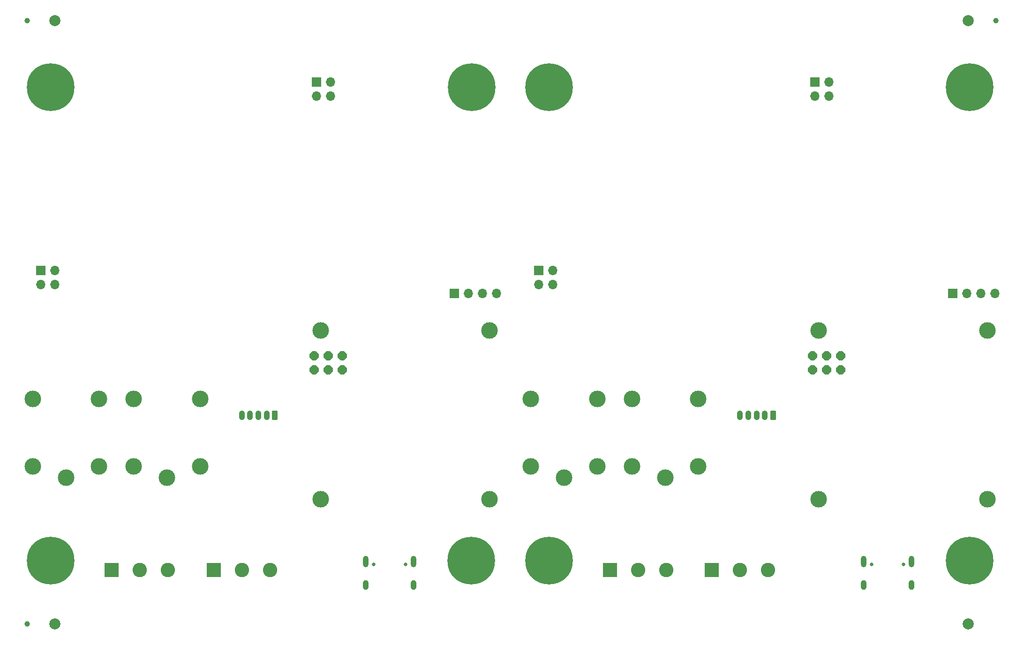
<source format=gbr>
%TF.GenerationSoftware,KiCad,Pcbnew,(7.0.0-0)*%
%TF.CreationDate,2023-04-23T09:32:57-04:00*%
%TF.ProjectId,KwartzLab-SensorBoard-Rev3-Panel,4b776172-747a-44c6-9162-2d53656e736f,3*%
%TF.SameCoordinates,Original*%
%TF.FileFunction,Soldermask,Bot*%
%TF.FilePolarity,Negative*%
%FSLAX46Y46*%
G04 Gerber Fmt 4.6, Leading zero omitted, Abs format (unit mm)*
G04 Created by KiCad (PCBNEW (7.0.0-0)) date 2023-04-23 09:32:57*
%MOMM*%
%LPD*%
G01*
G04 APERTURE LIST*
G04 Aperture macros list*
%AMRoundRect*
0 Rectangle with rounded corners*
0 $1 Rounding radius*
0 $2 $3 $4 $5 $6 $7 $8 $9 X,Y pos of 4 corners*
0 Add a 4 corners polygon primitive as box body*
4,1,4,$2,$3,$4,$5,$6,$7,$8,$9,$2,$3,0*
0 Add four circle primitives for the rounded corners*
1,1,$1+$1,$2,$3*
1,1,$1+$1,$4,$5*
1,1,$1+$1,$6,$7*
1,1,$1+$1,$8,$9*
0 Add four rect primitives between the rounded corners*
20,1,$1+$1,$2,$3,$4,$5,0*
20,1,$1+$1,$4,$5,$6,$7,0*
20,1,$1+$1,$6,$7,$8,$9,0*
20,1,$1+$1,$8,$9,$2,$3,0*%
%AMFreePoly0*
4,1,17,0.356937,0.810921,0.810921,0.356937,0.825800,0.321016,0.825800,-0.321016,0.810921,-0.356937,0.356937,-0.810921,0.321016,-0.825800,-0.321016,-0.825800,-0.356937,-0.810921,-0.810921,-0.356937,-0.825800,-0.321016,-0.825800,0.321016,-0.810921,0.356937,-0.356937,0.810921,-0.321016,0.825800,0.321016,0.825800,0.356937,0.810921,0.356937,0.810921,$1*%
G04 Aperture macros list end*
%ADD10C,1.000000*%
%ADD11C,3.000000*%
%ADD12C,2.000000*%
%ADD13R,1.700000X1.700000*%
%ADD14O,1.700000X1.700000*%
%ADD15C,0.650000*%
%ADD16O,1.000000X2.100000*%
%ADD17O,1.000000X1.800000*%
%ADD18FreePoly0,180.000000*%
%ADD19R,2.600000X2.600000*%
%ADD20C,2.600000*%
%ADD21C,0.900000*%
%ADD22C,8.600000*%
%ADD23RoundRect,0.250000X0.265000X0.615000X-0.265000X0.615000X-0.265000X-0.615000X0.265000X-0.615000X0*%
%ADD24O,1.030000X1.730000*%
G04 APERTURE END LIST*
D10*
%TO.C,REF\u002A\u002A*%
X52242806Y-22500000D03*
%TD*%
%TO.C,REF\u002A\u002A*%
X52242806Y-131500000D03*
%TD*%
%TO.C,REF\u002A\u002A*%
X227157194Y-22500000D03*
%TD*%
D11*
%TO.C,K1*%
X59242806Y-105050000D03*
X53242806Y-90850000D03*
X65242806Y-90850000D03*
X65242806Y-103050000D03*
X53242806Y-103050000D03*
%TD*%
%TO.C,K1*%
X149199994Y-105050000D03*
X143199994Y-90850000D03*
X155199994Y-90850000D03*
X155199994Y-103050000D03*
X143199994Y-103050000D03*
%TD*%
D12*
%TO.C,REF\u002A\u002A*%
X222157194Y-131500000D03*
%TD*%
D13*
%TO.C,J9*%
X104492805Y-33609999D03*
D14*
X107032805Y-33609999D03*
X104492805Y-36149999D03*
X107032805Y-36149999D03*
%TD*%
D13*
%TO.C,J9*%
X194449993Y-33609999D03*
D14*
X196989993Y-33609999D03*
X194449993Y-36149999D03*
X196989993Y-36149999D03*
%TD*%
D15*
%TO.C,J2*%
X114782806Y-120720000D03*
X120562806Y-120720000D03*
D16*
X113352805Y-120219999D03*
D17*
X113352805Y-124399999D03*
D16*
X121992805Y-120219999D03*
D17*
X121992805Y-124399999D03*
%TD*%
D15*
%TO.C,J2*%
X204739994Y-120720000D03*
X210519994Y-120720000D03*
D16*
X203309993Y-120219999D03*
D17*
X203309993Y-124399999D03*
D16*
X211949993Y-120219999D03*
D17*
X211949993Y-124399999D03*
%TD*%
D12*
%TO.C,REF\u002A\u002A*%
X57242806Y-131500000D03*
%TD*%
%TO.C,REF\u002A\u002A*%
X57242806Y-22500000D03*
%TD*%
%TO.C,REF\u002A\u002A*%
X222157194Y-22500000D03*
%TD*%
D11*
%TO.C,J4*%
X225673122Y-108944944D03*
X225673122Y-78464944D03*
X195193122Y-108944944D03*
X195193122Y-78464944D03*
D18*
X199132922Y-83034144D03*
X199132922Y-85574144D03*
X196592922Y-83034144D03*
X196592922Y-85574144D03*
X194052922Y-83034144D03*
X194052922Y-85574144D03*
%TD*%
D11*
%TO.C,J4*%
X135715934Y-108944944D03*
X135715934Y-78464944D03*
X105235934Y-108944944D03*
X105235934Y-78464944D03*
D18*
X109175734Y-83034144D03*
X109175734Y-85574144D03*
X106635734Y-83034144D03*
X106635734Y-85574144D03*
X104095734Y-83034144D03*
X104095734Y-85574144D03*
%TD*%
D19*
%TO.C,J5*%
X157449993Y-121749999D03*
D20*
X162529994Y-121750000D03*
X167609994Y-121750000D03*
%TD*%
D19*
%TO.C,J5*%
X67492805Y-121749999D03*
D20*
X72572806Y-121750000D03*
X77652806Y-121750000D03*
%TD*%
D19*
%TO.C,J6*%
X85907805Y-121749999D03*
D20*
X90987806Y-121750000D03*
X96067806Y-121750000D03*
%TD*%
D19*
%TO.C,J6*%
X175864993Y-121749999D03*
D20*
X180944994Y-121750000D03*
X186024994Y-121750000D03*
%TD*%
D21*
%TO.C,H2*%
X129237387Y-120000000D03*
X130181968Y-117719581D03*
X130181968Y-122280419D03*
X132462387Y-116775000D03*
D22*
X132462387Y-120000000D03*
D21*
X132462387Y-123225000D03*
X134742806Y-117719581D03*
X134742806Y-122280419D03*
X135687387Y-120000000D03*
%TD*%
%TO.C,H2*%
X219194575Y-120000000D03*
X220139156Y-117719581D03*
X220139156Y-122280419D03*
X222419575Y-116775000D03*
D22*
X222419575Y-120000000D03*
D21*
X222419575Y-123225000D03*
X224699994Y-117719581D03*
X224699994Y-122280419D03*
X225644575Y-120000000D03*
%TD*%
D11*
%TO.C,K2*%
X77492806Y-105050000D03*
X71492806Y-90850000D03*
X83492806Y-90850000D03*
X83492806Y-103050000D03*
X71492806Y-103050000D03*
%TD*%
%TO.C,K2*%
X167449994Y-105050000D03*
X161449994Y-90850000D03*
X173449994Y-90850000D03*
X173449994Y-103050000D03*
X161449994Y-103050000D03*
%TD*%
D23*
%TO.C,J3*%
X96992806Y-93750000D03*
D24*
X95492805Y-93749999D03*
X93992805Y-93749999D03*
X92492805Y-93749999D03*
X90992805Y-93749999D03*
%TD*%
D23*
%TO.C,J3*%
X186949994Y-93750000D03*
D24*
X185449993Y-93749999D03*
X183949993Y-93749999D03*
X182449993Y-93749999D03*
X180949993Y-93749999D03*
%TD*%
D21*
%TO.C,H4*%
X53292806Y-34500000D03*
X54237387Y-32219581D03*
X54237387Y-36780419D03*
X56517806Y-31275000D03*
D22*
X56517806Y-34500000D03*
D21*
X56517806Y-37725000D03*
X58798225Y-32219581D03*
X58798225Y-36780419D03*
X59742806Y-34500000D03*
%TD*%
%TO.C,H4*%
X143249994Y-34500000D03*
X144194575Y-32219581D03*
X144194575Y-36780419D03*
X146474994Y-31275000D03*
D22*
X146474994Y-34500000D03*
D21*
X146474994Y-37725000D03*
X148755413Y-32219581D03*
X148755413Y-36780419D03*
X149699994Y-34500000D03*
%TD*%
D13*
%TO.C,J1*%
X129412805Y-71749999D03*
D14*
X131952805Y-71749999D03*
X134492805Y-71749999D03*
X137032805Y-71749999D03*
%TD*%
D13*
%TO.C,J1*%
X219369993Y-71749999D03*
D14*
X221909993Y-71749999D03*
X224449993Y-71749999D03*
X226989993Y-71749999D03*
%TD*%
D21*
%TO.C,H1*%
X143249994Y-120000000D03*
X144194575Y-117719581D03*
X144194575Y-122280419D03*
X146474994Y-116775000D03*
D22*
X146474994Y-120000000D03*
D21*
X146474994Y-123225000D03*
X148755413Y-117719581D03*
X148755413Y-122280419D03*
X149699994Y-120000000D03*
%TD*%
%TO.C,H1*%
X53292806Y-120000000D03*
X54237387Y-117719581D03*
X54237387Y-122280419D03*
X56517806Y-116775000D03*
D22*
X56517806Y-120000000D03*
D21*
X56517806Y-123225000D03*
X58798225Y-117719581D03*
X58798225Y-122280419D03*
X59742806Y-120000000D03*
%TD*%
%TO.C,H3*%
X129249994Y-34500000D03*
X130194575Y-32219581D03*
X130194575Y-36780419D03*
X132474994Y-31275000D03*
D22*
X132474994Y-34500000D03*
D21*
X132474994Y-37725000D03*
X134755413Y-32219581D03*
X134755413Y-36780419D03*
X135699994Y-34500000D03*
%TD*%
%TO.C,H3*%
X219207182Y-34500000D03*
X220151763Y-32219581D03*
X220151763Y-36780419D03*
X222432182Y-31275000D03*
D22*
X222432182Y-34500000D03*
D21*
X222432182Y-37725000D03*
X224712601Y-32219581D03*
X224712601Y-36780419D03*
X225657182Y-34500000D03*
%TD*%
D13*
%TO.C,J8*%
X54692805Y-67619999D03*
D14*
X57232805Y-67619999D03*
X54692805Y-70159999D03*
X57232805Y-70159999D03*
%TD*%
D13*
%TO.C,J8*%
X144649993Y-67619999D03*
D14*
X147189993Y-67619999D03*
X144649993Y-70159999D03*
X147189993Y-70159999D03*
%TD*%
M02*

</source>
